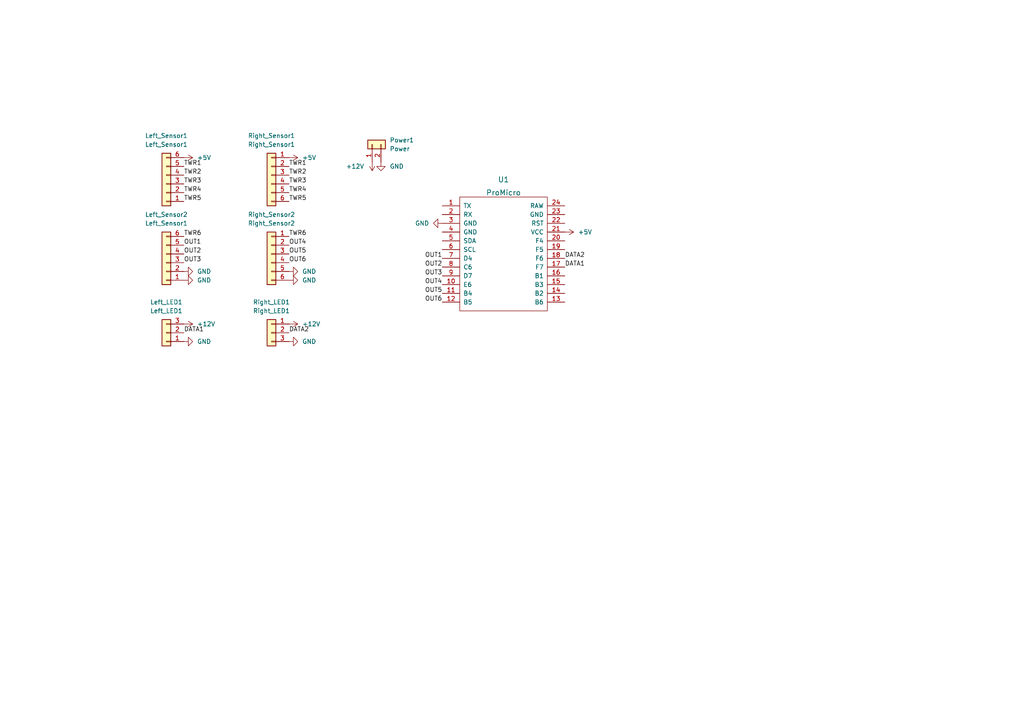
<source format=kicad_sch>
(kicad_sch (version 20211123) (generator eeschema)

  (uuid 4ac39e6e-a6ad-43fd-a8a9-7dcc022ec2a8)

  (paper "A4")

  (lib_symbols
    (symbol "Connector_Generic:Conn_01x02" (pin_names (offset 1.016) hide) (in_bom yes) (on_board yes)
      (property "Reference" "J" (id 0) (at 0 2.54 0)
        (effects (font (size 1.27 1.27)))
      )
      (property "Value" "Conn_01x02" (id 1) (at 0 -5.08 0)
        (effects (font (size 1.27 1.27)))
      )
      (property "Footprint" "" (id 2) (at 0 0 0)
        (effects (font (size 1.27 1.27)) hide)
      )
      (property "Datasheet" "~" (id 3) (at 0 0 0)
        (effects (font (size 1.27 1.27)) hide)
      )
      (property "ki_keywords" "connector" (id 4) (at 0 0 0)
        (effects (font (size 1.27 1.27)) hide)
      )
      (property "ki_description" "Generic connector, single row, 01x02, script generated (kicad-library-utils/schlib/autogen/connector/)" (id 5) (at 0 0 0)
        (effects (font (size 1.27 1.27)) hide)
      )
      (property "ki_fp_filters" "Connector*:*_1x??_*" (id 6) (at 0 0 0)
        (effects (font (size 1.27 1.27)) hide)
      )
      (symbol "Conn_01x02_1_1"
        (rectangle (start -1.27 -2.413) (end 0 -2.667)
          (stroke (width 0.1524) (type default) (color 0 0 0 0))
          (fill (type none))
        )
        (rectangle (start -1.27 0.127) (end 0 -0.127)
          (stroke (width 0.1524) (type default) (color 0 0 0 0))
          (fill (type none))
        )
        (rectangle (start -1.27 1.27) (end 1.27 -3.81)
          (stroke (width 0.254) (type default) (color 0 0 0 0))
          (fill (type background))
        )
        (pin passive line (at -5.08 0 0) (length 3.81)
          (name "Pin_1" (effects (font (size 1.27 1.27))))
          (number "1" (effects (font (size 1.27 1.27))))
        )
        (pin passive line (at -5.08 -2.54 0) (length 3.81)
          (name "Pin_2" (effects (font (size 1.27 1.27))))
          (number "2" (effects (font (size 1.27 1.27))))
        )
      )
    )
    (symbol "Connector_Generic:Conn_01x03" (pin_names (offset 1.016) hide) (in_bom yes) (on_board yes)
      (property "Reference" "J" (id 0) (at 0 5.08 0)
        (effects (font (size 1.27 1.27)))
      )
      (property "Value" "Conn_01x03" (id 1) (at 0 -5.08 0)
        (effects (font (size 1.27 1.27)))
      )
      (property "Footprint" "" (id 2) (at 0 0 0)
        (effects (font (size 1.27 1.27)) hide)
      )
      (property "Datasheet" "~" (id 3) (at 0 0 0)
        (effects (font (size 1.27 1.27)) hide)
      )
      (property "ki_keywords" "connector" (id 4) (at 0 0 0)
        (effects (font (size 1.27 1.27)) hide)
      )
      (property "ki_description" "Generic connector, single row, 01x03, script generated (kicad-library-utils/schlib/autogen/connector/)" (id 5) (at 0 0 0)
        (effects (font (size 1.27 1.27)) hide)
      )
      (property "ki_fp_filters" "Connector*:*_1x??_*" (id 6) (at 0 0 0)
        (effects (font (size 1.27 1.27)) hide)
      )
      (symbol "Conn_01x03_1_1"
        (rectangle (start -1.27 -2.413) (end 0 -2.667)
          (stroke (width 0.1524) (type default) (color 0 0 0 0))
          (fill (type none))
        )
        (rectangle (start -1.27 0.127) (end 0 -0.127)
          (stroke (width 0.1524) (type default) (color 0 0 0 0))
          (fill (type none))
        )
        (rectangle (start -1.27 2.667) (end 0 2.413)
          (stroke (width 0.1524) (type default) (color 0 0 0 0))
          (fill (type none))
        )
        (rectangle (start -1.27 3.81) (end 1.27 -3.81)
          (stroke (width 0.254) (type default) (color 0 0 0 0))
          (fill (type background))
        )
        (pin passive line (at -5.08 2.54 0) (length 3.81)
          (name "Pin_1" (effects (font (size 1.27 1.27))))
          (number "1" (effects (font (size 1.27 1.27))))
        )
        (pin passive line (at -5.08 0 0) (length 3.81)
          (name "Pin_2" (effects (font (size 1.27 1.27))))
          (number "2" (effects (font (size 1.27 1.27))))
        )
        (pin passive line (at -5.08 -2.54 0) (length 3.81)
          (name "Pin_3" (effects (font (size 1.27 1.27))))
          (number "3" (effects (font (size 1.27 1.27))))
        )
      )
    )
    (symbol "Connector_Generic:Conn_01x06" (pin_names (offset 1.016) hide) (in_bom yes) (on_board yes)
      (property "Reference" "J" (id 0) (at 0 7.62 0)
        (effects (font (size 1.27 1.27)))
      )
      (property "Value" "Conn_01x06" (id 1) (at 0 -10.16 0)
        (effects (font (size 1.27 1.27)))
      )
      (property "Footprint" "" (id 2) (at 0 0 0)
        (effects (font (size 1.27 1.27)) hide)
      )
      (property "Datasheet" "~" (id 3) (at 0 0 0)
        (effects (font (size 1.27 1.27)) hide)
      )
      (property "ki_keywords" "connector" (id 4) (at 0 0 0)
        (effects (font (size 1.27 1.27)) hide)
      )
      (property "ki_description" "Generic connector, single row, 01x06, script generated (kicad-library-utils/schlib/autogen/connector/)" (id 5) (at 0 0 0)
        (effects (font (size 1.27 1.27)) hide)
      )
      (property "ki_fp_filters" "Connector*:*_1x??_*" (id 6) (at 0 0 0)
        (effects (font (size 1.27 1.27)) hide)
      )
      (symbol "Conn_01x06_1_1"
        (rectangle (start -1.27 -7.493) (end 0 -7.747)
          (stroke (width 0.1524) (type default) (color 0 0 0 0))
          (fill (type none))
        )
        (rectangle (start -1.27 -4.953) (end 0 -5.207)
          (stroke (width 0.1524) (type default) (color 0 0 0 0))
          (fill (type none))
        )
        (rectangle (start -1.27 -2.413) (end 0 -2.667)
          (stroke (width 0.1524) (type default) (color 0 0 0 0))
          (fill (type none))
        )
        (rectangle (start -1.27 0.127) (end 0 -0.127)
          (stroke (width 0.1524) (type default) (color 0 0 0 0))
          (fill (type none))
        )
        (rectangle (start -1.27 2.667) (end 0 2.413)
          (stroke (width 0.1524) (type default) (color 0 0 0 0))
          (fill (type none))
        )
        (rectangle (start -1.27 5.207) (end 0 4.953)
          (stroke (width 0.1524) (type default) (color 0 0 0 0))
          (fill (type none))
        )
        (rectangle (start -1.27 6.35) (end 1.27 -8.89)
          (stroke (width 0.254) (type default) (color 0 0 0 0))
          (fill (type background))
        )
        (pin passive line (at -5.08 5.08 0) (length 3.81)
          (name "Pin_1" (effects (font (size 1.27 1.27))))
          (number "1" (effects (font (size 1.27 1.27))))
        )
        (pin passive line (at -5.08 2.54 0) (length 3.81)
          (name "Pin_2" (effects (font (size 1.27 1.27))))
          (number "2" (effects (font (size 1.27 1.27))))
        )
        (pin passive line (at -5.08 0 0) (length 3.81)
          (name "Pin_3" (effects (font (size 1.27 1.27))))
          (number "3" (effects (font (size 1.27 1.27))))
        )
        (pin passive line (at -5.08 -2.54 0) (length 3.81)
          (name "Pin_4" (effects (font (size 1.27 1.27))))
          (number "4" (effects (font (size 1.27 1.27))))
        )
        (pin passive line (at -5.08 -5.08 0) (length 3.81)
          (name "Pin_5" (effects (font (size 1.27 1.27))))
          (number "5" (effects (font (size 1.27 1.27))))
        )
        (pin passive line (at -5.08 -7.62 0) (length 3.81)
          (name "Pin_6" (effects (font (size 1.27 1.27))))
          (number "6" (effects (font (size 1.27 1.27))))
        )
      )
    )
    (symbol "power:+12V" (power) (pin_names (offset 0)) (in_bom yes) (on_board yes)
      (property "Reference" "#PWR" (id 0) (at 0 -3.81 0)
        (effects (font (size 1.27 1.27)) hide)
      )
      (property "Value" "+12V" (id 1) (at 0 3.556 0)
        (effects (font (size 1.27 1.27)))
      )
      (property "Footprint" "" (id 2) (at 0 0 0)
        (effects (font (size 1.27 1.27)) hide)
      )
      (property "Datasheet" "" (id 3) (at 0 0 0)
        (effects (font (size 1.27 1.27)) hide)
      )
      (property "ki_keywords" "power-flag" (id 4) (at 0 0 0)
        (effects (font (size 1.27 1.27)) hide)
      )
      (property "ki_description" "Power symbol creates a global label with name \"+12V\"" (id 5) (at 0 0 0)
        (effects (font (size 1.27 1.27)) hide)
      )
      (symbol "+12V_0_1"
        (polyline
          (pts
            (xy -0.762 1.27)
            (xy 0 2.54)
          )
          (stroke (width 0) (type default) (color 0 0 0 0))
          (fill (type none))
        )
        (polyline
          (pts
            (xy 0 0)
            (xy 0 2.54)
          )
          (stroke (width 0) (type default) (color 0 0 0 0))
          (fill (type none))
        )
        (polyline
          (pts
            (xy 0 2.54)
            (xy 0.762 1.27)
          )
          (stroke (width 0) (type default) (color 0 0 0 0))
          (fill (type none))
        )
      )
      (symbol "+12V_1_1"
        (pin power_in line (at 0 0 90) (length 0) hide
          (name "+12V" (effects (font (size 1.27 1.27))))
          (number "1" (effects (font (size 1.27 1.27))))
        )
      )
    )
    (symbol "power:+5V" (power) (pin_names (offset 0)) (in_bom yes) (on_board yes)
      (property "Reference" "#PWR" (id 0) (at 0 -3.81 0)
        (effects (font (size 1.27 1.27)) hide)
      )
      (property "Value" "+5V" (id 1) (at 0 3.556 0)
        (effects (font (size 1.27 1.27)))
      )
      (property "Footprint" "" (id 2) (at 0 0 0)
        (effects (font (size 1.27 1.27)) hide)
      )
      (property "Datasheet" "" (id 3) (at 0 0 0)
        (effects (font (size 1.27 1.27)) hide)
      )
      (property "ki_keywords" "power-flag" (id 4) (at 0 0 0)
        (effects (font (size 1.27 1.27)) hide)
      )
      (property "ki_description" "Power symbol creates a global label with name \"+5V\"" (id 5) (at 0 0 0)
        (effects (font (size 1.27 1.27)) hide)
      )
      (symbol "+5V_0_1"
        (polyline
          (pts
            (xy -0.762 1.27)
            (xy 0 2.54)
          )
          (stroke (width 0) (type default) (color 0 0 0 0))
          (fill (type none))
        )
        (polyline
          (pts
            (xy 0 0)
            (xy 0 2.54)
          )
          (stroke (width 0) (type default) (color 0 0 0 0))
          (fill (type none))
        )
        (polyline
          (pts
            (xy 0 2.54)
            (xy 0.762 1.27)
          )
          (stroke (width 0) (type default) (color 0 0 0 0))
          (fill (type none))
        )
      )
      (symbol "+5V_1_1"
        (pin power_in line (at 0 0 90) (length 0) hide
          (name "+5V" (effects (font (size 1.27 1.27))))
          (number "1" (effects (font (size 1.27 1.27))))
        )
      )
    )
    (symbol "power:GND" (power) (pin_names (offset 0)) (in_bom yes) (on_board yes)
      (property "Reference" "#PWR" (id 0) (at 0 -6.35 0)
        (effects (font (size 1.27 1.27)) hide)
      )
      (property "Value" "GND" (id 1) (at 0 -3.81 0)
        (effects (font (size 1.27 1.27)))
      )
      (property "Footprint" "" (id 2) (at 0 0 0)
        (effects (font (size 1.27 1.27)) hide)
      )
      (property "Datasheet" "" (id 3) (at 0 0 0)
        (effects (font (size 1.27 1.27)) hide)
      )
      (property "ki_keywords" "power-flag" (id 4) (at 0 0 0)
        (effects (font (size 1.27 1.27)) hide)
      )
      (property "ki_description" "Power symbol creates a global label with name \"GND\" , ground" (id 5) (at 0 0 0)
        (effects (font (size 1.27 1.27)) hide)
      )
      (symbol "GND_0_1"
        (polyline
          (pts
            (xy 0 0)
            (xy 0 -1.27)
            (xy 1.27 -1.27)
            (xy 0 -2.54)
            (xy -1.27 -1.27)
            (xy 0 -1.27)
          )
          (stroke (width 0) (type default) (color 0 0 0 0))
          (fill (type none))
        )
      )
      (symbol "GND_1_1"
        (pin power_in line (at 0 0 270) (length 0) hide
          (name "GND" (effects (font (size 1.27 1.27))))
          (number "1" (effects (font (size 1.27 1.27))))
        )
      )
    )
    (symbol "promicro:ProMicro" (pin_names (offset 1.016)) (in_bom yes) (on_board yes)
      (property "Reference" "U" (id 0) (at 0 24.13 0)
        (effects (font (size 1.524 1.524)))
      )
      (property "Value" "ProMicro" (id 1) (at 0 -13.97 0)
        (effects (font (size 1.524 1.524)))
      )
      (property "Footprint" "" (id 2) (at 2.54 -26.67 0)
        (effects (font (size 1.524 1.524)))
      )
      (property "Datasheet" "" (id 3) (at 2.54 -26.67 0)
        (effects (font (size 1.524 1.524)))
      )
      (symbol "ProMicro_0_1"
        (rectangle (start -12.7 21.59) (end 12.7 -11.43)
          (stroke (width 0) (type default) (color 0 0 0 0))
          (fill (type none))
        )
      )
      (symbol "ProMicro_1_1"
        (pin bidirectional line (at -17.78 19.05 0) (length 5.08)
          (name "TX" (effects (font (size 1.27 1.27))))
          (number "1" (effects (font (size 1.27 1.27))))
        )
        (pin bidirectional line (at -17.78 -3.81 0) (length 5.08)
          (name "E6" (effects (font (size 1.27 1.27))))
          (number "10" (effects (font (size 1.27 1.27))))
        )
        (pin bidirectional line (at -17.78 -6.35 0) (length 5.08)
          (name "B4" (effects (font (size 1.27 1.27))))
          (number "11" (effects (font (size 1.27 1.27))))
        )
        (pin bidirectional line (at -17.78 -8.89 0) (length 5.08)
          (name "B5" (effects (font (size 1.27 1.27))))
          (number "12" (effects (font (size 1.27 1.27))))
        )
        (pin bidirectional line (at 17.78 -8.89 180) (length 5.08)
          (name "B6" (effects (font (size 1.27 1.27))))
          (number "13" (effects (font (size 1.27 1.27))))
        )
        (pin bidirectional line (at 17.78 -6.35 180) (length 5.08)
          (name "B2" (effects (font (size 1.27 1.27))))
          (number "14" (effects (font (size 1.27 1.27))))
        )
        (pin bidirectional line (at 17.78 -3.81 180) (length 5.08)
          (name "B3" (effects (font (size 1.27 1.27))))
          (number "15" (effects (font (size 1.27 1.27))))
        )
        (pin bidirectional line (at 17.78 -1.27 180) (length 5.08)
          (name "B1" (effects (font (size 1.27 1.27))))
          (number "16" (effects (font (size 1.27 1.27))))
        )
        (pin bidirectional line (at 17.78 1.27 180) (length 5.08)
          (name "F7" (effects (font (size 1.27 1.27))))
          (number "17" (effects (font (size 1.27 1.27))))
        )
        (pin bidirectional line (at 17.78 3.81 180) (length 5.08)
          (name "F6" (effects (font (size 1.27 1.27))))
          (number "18" (effects (font (size 1.27 1.27))))
        )
        (pin bidirectional line (at 17.78 6.35 180) (length 5.08)
          (name "F5" (effects (font (size 1.27 1.27))))
          (number "19" (effects (font (size 1.27 1.27))))
        )
        (pin bidirectional line (at -17.78 16.51 0) (length 5.08)
          (name "RX" (effects (font (size 1.27 1.27))))
          (number "2" (effects (font (size 1.27 1.27))))
        )
        (pin bidirectional line (at 17.78 8.89 180) (length 5.08)
          (name "F4" (effects (font (size 1.27 1.27))))
          (number "20" (effects (font (size 1.27 1.27))))
        )
        (pin power_in line (at 17.78 11.43 180) (length 5.08)
          (name "VCC" (effects (font (size 1.27 1.27))))
          (number "21" (effects (font (size 1.27 1.27))))
        )
        (pin input line (at 17.78 13.97 180) (length 5.08)
          (name "RST" (effects (font (size 1.27 1.27))))
          (number "22" (effects (font (size 1.27 1.27))))
        )
        (pin power_in line (at 17.78 16.51 180) (length 5.08)
          (name "GND" (effects (font (size 1.27 1.27))))
          (number "23" (effects (font (size 1.27 1.27))))
        )
        (pin power_out line (at 17.78 19.05 180) (length 5.08)
          (name "RAW" (effects (font (size 1.27 1.27))))
          (number "24" (effects (font (size 1.27 1.27))))
        )
        (pin power_in line (at -17.78 13.97 0) (length 5.08)
          (name "GND" (effects (font (size 1.27 1.27))))
          (number "3" (effects (font (size 1.27 1.27))))
        )
        (pin power_in line (at -17.78 11.43 0) (length 5.08)
          (name "GND" (effects (font (size 1.27 1.27))))
          (number "4" (effects (font (size 1.27 1.27))))
        )
        (pin bidirectional line (at -17.78 8.89 0) (length 5.08)
          (name "SDA" (effects (font (size 1.27 1.27))))
          (number "5" (effects (font (size 1.27 1.27))))
        )
        (pin bidirectional line (at -17.78 6.35 0) (length 5.08)
          (name "SCL" (effects (font (size 1.27 1.27))))
          (number "6" (effects (font (size 1.27 1.27))))
        )
        (pin bidirectional line (at -17.78 3.81 0) (length 5.08)
          (name "D4" (effects (font (size 1.27 1.27))))
          (number "7" (effects (font (size 1.27 1.27))))
        )
        (pin bidirectional line (at -17.78 1.27 0) (length 5.08)
          (name "C6" (effects (font (size 1.27 1.27))))
          (number "8" (effects (font (size 1.27 1.27))))
        )
        (pin bidirectional line (at -17.78 -1.27 0) (length 5.08)
          (name "D7" (effects (font (size 1.27 1.27))))
          (number "9" (effects (font (size 1.27 1.27))))
        )
      )
    )
  )


  (label "TWR3" (at 83.82 53.34 0)
    (effects (font (size 1.27 1.27)) (justify left bottom))
    (uuid 0222e225-1682-48f5-9c68-c975a5c53eca)
  )
  (label "TWR2" (at 53.34 50.8 0)
    (effects (font (size 1.27 1.27)) (justify left bottom))
    (uuid 03a59207-76b6-4550-aa47-58f3bc0738d5)
  )
  (label "OUT6" (at 83.82 76.2 0)
    (effects (font (size 1.27 1.27)) (justify left bottom))
    (uuid 097efdf5-df6b-4763-ac78-d945e97a46d0)
  )
  (label "DATA1" (at 163.83 77.47 0)
    (effects (font (size 1.27 1.27)) (justify left bottom))
    (uuid 0a01cde6-5477-4fe2-9f07-7264bd44bdd4)
  )
  (label "OUT2" (at 53.34 73.66 0)
    (effects (font (size 1.27 1.27)) (justify left bottom))
    (uuid 14a197b6-80b5-4aae-a1f4-27d91537c20b)
  )
  (label "TWR6" (at 83.82 68.58 0)
    (effects (font (size 1.27 1.27)) (justify left bottom))
    (uuid 1a0ca093-d5f7-4f6b-8fc9-e2e8eec078ae)
  )
  (label "TWR1" (at 83.82 48.26 0)
    (effects (font (size 1.27 1.27)) (justify left bottom))
    (uuid 3032acc0-0b29-4911-a376-24bb8f7ddbef)
  )
  (label "DATA1" (at 53.34 96.52 0)
    (effects (font (size 1.27 1.27)) (justify left bottom))
    (uuid 33ee879f-1d01-4760-bbab-51cf76264170)
  )
  (label "DATA2" (at 83.82 96.52 0)
    (effects (font (size 1.27 1.27)) (justify left bottom))
    (uuid 39cdb45f-c4bc-493b-ae1a-7399a0c98bf7)
  )
  (label "OUT3" (at 53.34 76.2 0)
    (effects (font (size 1.27 1.27)) (justify left bottom))
    (uuid 3af65f37-0c1d-4f28-b351-dea50836aa6b)
  )
  (label "OUT5" (at 128.27 85.09 180)
    (effects (font (size 1.27 1.27)) (justify right bottom))
    (uuid 41e2e451-5896-44b4-b11a-ce5dbedf9f58)
  )
  (label "DATA2" (at 163.83 74.93 0)
    (effects (font (size 1.27 1.27)) (justify left bottom))
    (uuid 508d3b64-cad6-4cde-a96a-5f3a004253b8)
  )
  (label "TWR4" (at 83.82 55.88 0)
    (effects (font (size 1.27 1.27)) (justify left bottom))
    (uuid 563d2e7a-61be-40d1-9141-bc668c3115a8)
  )
  (label "OUT5" (at 83.82 73.66 0)
    (effects (font (size 1.27 1.27)) (justify left bottom))
    (uuid 573a9a36-140f-4fc4-a683-b0f36c701ad0)
  )
  (label "TWR5" (at 53.34 58.42 0)
    (effects (font (size 1.27 1.27)) (justify left bottom))
    (uuid 7b4a2e13-c34d-444a-8e89-4278b9440a10)
  )
  (label "TWR5" (at 83.82 58.42 0)
    (effects (font (size 1.27 1.27)) (justify left bottom))
    (uuid 7d713318-8c6f-45bd-bcfa-9b4eefabd573)
  )
  (label "TWR1" (at 53.34 48.26 0)
    (effects (font (size 1.27 1.27)) (justify left bottom))
    (uuid 81bf1a0b-1ac1-4a5a-a154-51704ea67751)
  )
  (label "OUT4" (at 83.82 71.12 0)
    (effects (font (size 1.27 1.27)) (justify left bottom))
    (uuid 966fe101-2536-4c46-b603-508d0b68d79f)
  )
  (label "OUT1" (at 128.27 74.93 180)
    (effects (font (size 1.27 1.27)) (justify right bottom))
    (uuid 97092591-94e6-4509-b024-47994194d164)
  )
  (label "TWR4" (at 53.34 55.88 0)
    (effects (font (size 1.27 1.27)) (justify left bottom))
    (uuid 990a93fc-c431-4f79-8a35-b626b277a364)
  )
  (label "TWR6" (at 53.34 68.58 0)
    (effects (font (size 1.27 1.27)) (justify left bottom))
    (uuid ae05072f-e0df-4ada-8195-3f5839e8a8c7)
  )
  (label "OUT2" (at 128.27 77.47 180)
    (effects (font (size 1.27 1.27)) (justify right bottom))
    (uuid bd7c20c4-804a-4ff2-8101-5cc181ea1dbe)
  )
  (label "OUT6" (at 128.27 87.63 180)
    (effects (font (size 1.27 1.27)) (justify right bottom))
    (uuid c5113976-c314-4049-bf54-ff472d513e9d)
  )
  (label "OUT3" (at 128.27 80.01 180)
    (effects (font (size 1.27 1.27)) (justify right bottom))
    (uuid cafe3f2e-c45b-4b81-8ed8-66f12b5ab064)
  )
  (label "OUT1" (at 53.34 71.12 0)
    (effects (font (size 1.27 1.27)) (justify left bottom))
    (uuid cedf91d2-5a33-4c1a-9a72-3ed90e06f5fc)
  )
  (label "OUT4" (at 128.27 82.55 180)
    (effects (font (size 1.27 1.27)) (justify right bottom))
    (uuid d7c954b9-d6a0-44ae-a2e2-82621d37081c)
  )
  (label "TWR2" (at 83.82 50.8 0)
    (effects (font (size 1.27 1.27)) (justify left bottom))
    (uuid e4c84ffb-8548-4328-b264-7efdac8a762e)
  )
  (label "TWR3" (at 53.34 53.34 0)
    (effects (font (size 1.27 1.27)) (justify left bottom))
    (uuid edb7f7a0-c82a-4be5-8968-b10e7ff8633c)
  )

  (symbol (lib_id "power:GND") (at 83.82 81.28 90) (unit 1)
    (in_bom yes) (on_board yes) (fields_autoplaced)
    (uuid 0a991fa7-2623-41d1-97c6-375a4260288b)
    (property "Reference" "#PWR0110" (id 0) (at 90.17 81.28 0)
      (effects (font (size 1.27 1.27)) hide)
    )
    (property "Value" "GND" (id 1) (at 87.63 81.2799 90)
      (effects (font (size 1.27 1.27)) (justify right))
    )
    (property "Footprint" "" (id 2) (at 83.82 81.28 0)
      (effects (font (size 1.27 1.27)) hide)
    )
    (property "Datasheet" "" (id 3) (at 83.82 81.28 0)
      (effects (font (size 1.27 1.27)) hide)
    )
    (pin "1" (uuid b1bc207c-5fee-43ed-b812-0d9380069728))
  )

  (symbol (lib_id "Connector_Generic:Conn_01x06") (at 48.26 53.34 180) (unit 1)
    (in_bom yes) (on_board yes) (fields_autoplaced)
    (uuid 104468a8-4a3f-491b-bb8d-fe1d3a4c51a9)
    (property "Reference" "Left_Sensor1" (id 0) (at 48.26 39.37 0))
    (property "Value" "Left_Sensor1" (id 1) (at 48.26 41.91 0))
    (property "Footprint" "Connector_JST:JST_XH_B6B-XH-A_1x06_P2.50mm_Vertical" (id 2) (at 48.26 53.34 0)
      (effects (font (size 1.27 1.27)) hide)
    )
    (property "Datasheet" "~" (id 3) (at 48.26 53.34 0)
      (effects (font (size 1.27 1.27)) hide)
    )
    (pin "1" (uuid a2219d06-a7d8-4ba6-a991-77fd9c291f12))
    (pin "2" (uuid a164fce5-13c0-45dd-ad80-b2d308067574))
    (pin "3" (uuid 86cb79db-b8e1-40b0-9f9d-b56ded9bc691))
    (pin "4" (uuid 87f90a4e-b9d7-4a8f-93d1-ede8a13e3177))
    (pin "5" (uuid e884835d-0810-4312-84a0-f2add879c454))
    (pin "6" (uuid b9149f2d-83a3-4026-b5fc-acf0b9462c9f))
  )

  (symbol (lib_id "power:GND") (at 83.82 99.06 90) (unit 1)
    (in_bom yes) (on_board yes) (fields_autoplaced)
    (uuid 16620f81-1fec-4322-84ea-df8f272ab593)
    (property "Reference" "#PWR0112" (id 0) (at 90.17 99.06 0)
      (effects (font (size 1.27 1.27)) hide)
    )
    (property "Value" "GND" (id 1) (at 87.63 99.0599 90)
      (effects (font (size 1.27 1.27)) (justify right))
    )
    (property "Footprint" "" (id 2) (at 83.82 99.06 0)
      (effects (font (size 1.27 1.27)) hide)
    )
    (property "Datasheet" "" (id 3) (at 83.82 99.06 0)
      (effects (font (size 1.27 1.27)) hide)
    )
    (pin "1" (uuid 76dfd173-9275-4a38-bb0f-c8cf194a5f48))
  )

  (symbol (lib_id "power:+12V") (at 107.95 46.99 180) (unit 1)
    (in_bom yes) (on_board yes)
    (uuid 22b5bdf2-5823-4904-be64-4f3cd1684e0d)
    (property "Reference" "#PWR0109" (id 0) (at 107.95 43.18 0)
      (effects (font (size 1.27 1.27)) hide)
    )
    (property "Value" "+12V" (id 1) (at 100.33 48.26 0)
      (effects (font (size 1.27 1.27)) (justify right))
    )
    (property "Footprint" "" (id 2) (at 107.95 46.99 0)
      (effects (font (size 1.27 1.27)) hide)
    )
    (property "Datasheet" "" (id 3) (at 107.95 46.99 0)
      (effects (font (size 1.27 1.27)) hide)
    )
    (pin "1" (uuid 0d96b55e-375f-48f1-8835-373605fec065))
  )

  (symbol (lib_id "Connector_Generic:Conn_01x06") (at 48.26 76.2 180) (unit 1)
    (in_bom yes) (on_board yes) (fields_autoplaced)
    (uuid 25f9444f-3071-44ba-a938-f953d09184c0)
    (property "Reference" "Left_Sensor2" (id 0) (at 48.26 62.23 0))
    (property "Value" "Left_Sensor1" (id 1) (at 48.26 64.77 0))
    (property "Footprint" "Connector_JST:JST_XH_B6B-XH-A_1x06_P2.50mm_Vertical" (id 2) (at 48.26 76.2 0)
      (effects (font (size 1.27 1.27)) hide)
    )
    (property "Datasheet" "~" (id 3) (at 48.26 76.2 0)
      (effects (font (size 1.27 1.27)) hide)
    )
    (pin "1" (uuid 4f84ac84-23e3-4067-8962-9a0ea0eadcf9))
    (pin "2" (uuid 2ab5d909-9859-45ca-b655-2469ac16d6c1))
    (pin "3" (uuid 43a35287-a2b4-42c0-9d0f-2aec9b965b67))
    (pin "4" (uuid 68e09cbd-f23f-4766-a6b9-9d2c97549a94))
    (pin "5" (uuid 817f0c68-be30-41eb-89d6-8147edf9e3d9))
    (pin "6" (uuid 09e2909d-4f5c-4518-a5ad-c3d4ad284416))
  )

  (symbol (lib_id "power:GND") (at 53.34 99.06 90) (unit 1)
    (in_bom yes) (on_board yes) (fields_autoplaced)
    (uuid 30fd6ca2-29d3-4784-a8bb-d30103948dc7)
    (property "Reference" "#PWR0105" (id 0) (at 59.69 99.06 0)
      (effects (font (size 1.27 1.27)) hide)
    )
    (property "Value" "GND" (id 1) (at 57.15 99.0599 90)
      (effects (font (size 1.27 1.27)) (justify right))
    )
    (property "Footprint" "" (id 2) (at 53.34 99.06 0)
      (effects (font (size 1.27 1.27)) hide)
    )
    (property "Datasheet" "" (id 3) (at 53.34 99.06 0)
      (effects (font (size 1.27 1.27)) hide)
    )
    (pin "1" (uuid d04d7e6d-6890-4392-9174-65c11592ae94))
  )

  (symbol (lib_id "Connector_Generic:Conn_01x03") (at 48.26 96.52 180) (unit 1)
    (in_bom yes) (on_board yes) (fields_autoplaced)
    (uuid 59856ef9-3d86-46e5-a299-75322ead1967)
    (property "Reference" "Left_LED1" (id 0) (at 48.26 87.63 0))
    (property "Value" "Left_LED1" (id 1) (at 48.26 90.17 0))
    (property "Footprint" "Connector_JST:JST_XH_B3B-XH-A_1x03_P2.50mm_Vertical" (id 2) (at 48.26 96.52 0)
      (effects (font (size 1.27 1.27)) hide)
    )
    (property "Datasheet" "~" (id 3) (at 48.26 96.52 0)
      (effects (font (size 1.27 1.27)) hide)
    )
    (pin "1" (uuid 4a374398-fd0f-4b3d-a8e7-fc80d5001c04))
    (pin "2" (uuid 775f28d4-8aef-492f-99fb-59389b445744))
    (pin "3" (uuid 22039160-e40a-4c6b-8a50-e01475b60fac))
  )

  (symbol (lib_id "power:+5V") (at 53.34 45.72 270) (unit 1)
    (in_bom yes) (on_board yes) (fields_autoplaced)
    (uuid 68ffe593-73e4-4fa3-b663-3c9578068578)
    (property "Reference" "#PWR0101" (id 0) (at 49.53 45.72 0)
      (effects (font (size 1.27 1.27)) hide)
    )
    (property "Value" "+5V" (id 1) (at 57.15 45.7199 90)
      (effects (font (size 1.27 1.27)) (justify left))
    )
    (property "Footprint" "" (id 2) (at 53.34 45.72 0)
      (effects (font (size 1.27 1.27)) hide)
    )
    (property "Datasheet" "" (id 3) (at 53.34 45.72 0)
      (effects (font (size 1.27 1.27)) hide)
    )
    (pin "1" (uuid 0b108d35-b807-4994-b131-3d0c5e2b86d9))
  )

  (symbol (lib_id "power:+12V") (at 53.34 93.98 270) (unit 1)
    (in_bom yes) (on_board yes) (fields_autoplaced)
    (uuid 6bd8e7f4-065e-421a-abdc-08a78a0a5e6c)
    (property "Reference" "#PWR0104" (id 0) (at 49.53 93.98 0)
      (effects (font (size 1.27 1.27)) hide)
    )
    (property "Value" "+12V" (id 1) (at 57.15 93.9799 90)
      (effects (font (size 1.27 1.27)) (justify left))
    )
    (property "Footprint" "" (id 2) (at 53.34 93.98 0)
      (effects (font (size 1.27 1.27)) hide)
    )
    (property "Datasheet" "" (id 3) (at 53.34 93.98 0)
      (effects (font (size 1.27 1.27)) hide)
    )
    (pin "1" (uuid d797b8c4-bd77-4836-84ac-58943c7e6c35))
  )

  (symbol (lib_id "Connector_Generic:Conn_01x02") (at 107.95 41.91 90) (unit 1)
    (in_bom yes) (on_board yes) (fields_autoplaced)
    (uuid 7601c9c5-cc3e-46da-8c4c-e2fe792e35ef)
    (property "Reference" "Power1" (id 0) (at 113.03 40.6399 90)
      (effects (font (size 1.27 1.27)) (justify right))
    )
    (property "Value" "Power" (id 1) (at 113.03 43.1799 90)
      (effects (font (size 1.27 1.27)) (justify right))
    )
    (property "Footprint" "Connector_JST:JST_XH_B2B-XH-A_1x02_P2.50mm_Vertical" (id 2) (at 107.95 41.91 0)
      (effects (font (size 1.27 1.27)) hide)
    )
    (property "Datasheet" "~" (id 3) (at 107.95 41.91 0)
      (effects (font (size 1.27 1.27)) hide)
    )
    (pin "1" (uuid e98abd04-48cc-42bd-addf-1a89567e4b99))
    (pin "2" (uuid b101b641-9971-4dc9-af98-48e19c674549))
  )

  (symbol (lib_id "power:GND") (at 110.49 46.99 0) (unit 1)
    (in_bom yes) (on_board yes) (fields_autoplaced)
    (uuid 769fa9dd-de41-4668-9505-68e3337d0cb3)
    (property "Reference" "#PWR0108" (id 0) (at 110.49 53.34 0)
      (effects (font (size 1.27 1.27)) hide)
    )
    (property "Value" "GND" (id 1) (at 113.03 48.2599 0)
      (effects (font (size 1.27 1.27)) (justify left))
    )
    (property "Footprint" "" (id 2) (at 110.49 46.99 0)
      (effects (font (size 1.27 1.27)) hide)
    )
    (property "Datasheet" "" (id 3) (at 110.49 46.99 0)
      (effects (font (size 1.27 1.27)) hide)
    )
    (pin "1" (uuid 68791c0b-f9b7-4160-9263-0d9c0cd0a146))
  )

  (symbol (lib_id "power:+5V") (at 83.82 45.72 270) (unit 1)
    (in_bom yes) (on_board yes) (fields_autoplaced)
    (uuid 79ed4ab1-96d4-401c-b09e-7a0c99b00098)
    (property "Reference" "#PWR0106" (id 0) (at 80.01 45.72 0)
      (effects (font (size 1.27 1.27)) hide)
    )
    (property "Value" "+5V" (id 1) (at 87.63 45.7199 90)
      (effects (font (size 1.27 1.27)) (justify left))
    )
    (property "Footprint" "" (id 2) (at 83.82 45.72 0)
      (effects (font (size 1.27 1.27)) hide)
    )
    (property "Datasheet" "" (id 3) (at 83.82 45.72 0)
      (effects (font (size 1.27 1.27)) hide)
    )
    (pin "1" (uuid 1e2a399b-0a02-46f3-9907-5e083aada1be))
  )

  (symbol (lib_id "Connector_Generic:Conn_01x06") (at 78.74 50.8 0) (mirror y) (unit 1)
    (in_bom yes) (on_board yes) (fields_autoplaced)
    (uuid 803269f3-fdcf-4e2c-8c39-f410130983ea)
    (property "Reference" "Right_Sensor1" (id 0) (at 78.74 39.37 0))
    (property "Value" "Right_Sensor1" (id 1) (at 78.74 41.91 0))
    (property "Footprint" "Connector_JST:JST_XH_B6B-XH-A_1x06_P2.50mm_Vertical" (id 2) (at 78.74 50.8 0)
      (effects (font (size 1.27 1.27)) hide)
    )
    (property "Datasheet" "~" (id 3) (at 78.74 50.8 0)
      (effects (font (size 1.27 1.27)) hide)
    )
    (pin "1" (uuid f9567ec3-f634-4d7c-b0f0-bd718035527f))
    (pin "2" (uuid 5c5767c8-6ece-461d-a7ae-632471adcfac))
    (pin "3" (uuid aa76dff8-db34-41fa-9282-5a6d871ed5e3))
    (pin "4" (uuid e5d5701e-9019-4e70-8347-3b99493f8c16))
    (pin "5" (uuid 7d7ceac9-ef7a-41c5-b2f7-18452ec48f39))
    (pin "6" (uuid 8a7a27a0-3fe7-4480-bfa0-9140a49373f8))
  )

  (symbol (lib_id "power:GND") (at 128.27 64.77 270) (unit 1)
    (in_bom yes) (on_board yes) (fields_autoplaced)
    (uuid 887905bd-6dde-496b-bc03-46efe5c96417)
    (property "Reference" "#PWR0113" (id 0) (at 121.92 64.77 0)
      (effects (font (size 1.27 1.27)) hide)
    )
    (property "Value" "GND" (id 1) (at 124.46 64.7699 90)
      (effects (font (size 1.27 1.27)) (justify right))
    )
    (property "Footprint" "" (id 2) (at 128.27 64.77 0)
      (effects (font (size 1.27 1.27)) hide)
    )
    (property "Datasheet" "" (id 3) (at 128.27 64.77 0)
      (effects (font (size 1.27 1.27)) hide)
    )
    (pin "1" (uuid a1bd4a5a-3d16-4edb-8de7-fc3de14691bd))
  )

  (symbol (lib_id "power:GND") (at 53.34 81.28 90) (unit 1)
    (in_bom yes) (on_board yes) (fields_autoplaced)
    (uuid b9f90c4b-077a-4298-80d9-b321be48d6d4)
    (property "Reference" "#PWR0102" (id 0) (at 59.69 81.28 0)
      (effects (font (size 1.27 1.27)) hide)
    )
    (property "Value" "GND" (id 1) (at 57.15 81.2799 90)
      (effects (font (size 1.27 1.27)) (justify right))
    )
    (property "Footprint" "" (id 2) (at 53.34 81.28 0)
      (effects (font (size 1.27 1.27)) hide)
    )
    (property "Datasheet" "" (id 3) (at 53.34 81.28 0)
      (effects (font (size 1.27 1.27)) hide)
    )
    (pin "1" (uuid e4d9bcdf-eb7b-4b10-8b8c-1ba3f9adb5c0))
  )

  (symbol (lib_id "power:GND") (at 83.82 78.74 90) (unit 1)
    (in_bom yes) (on_board yes) (fields_autoplaced)
    (uuid bdf43179-879c-47cb-9362-b9bb1edbb141)
    (property "Reference" "#PWR0107" (id 0) (at 90.17 78.74 0)
      (effects (font (size 1.27 1.27)) hide)
    )
    (property "Value" "GND" (id 1) (at 87.63 78.7399 90)
      (effects (font (size 1.27 1.27)) (justify right))
    )
    (property "Footprint" "" (id 2) (at 83.82 78.74 0)
      (effects (font (size 1.27 1.27)) hide)
    )
    (property "Datasheet" "" (id 3) (at 83.82 78.74 0)
      (effects (font (size 1.27 1.27)) hide)
    )
    (pin "1" (uuid 4cf086ea-962f-4571-9984-8627f014515c))
  )

  (symbol (lib_id "Connector_Generic:Conn_01x03") (at 78.74 96.52 0) (mirror y) (unit 1)
    (in_bom yes) (on_board yes) (fields_autoplaced)
    (uuid c9961131-041c-457f-a3ba-782df0bb1188)
    (property "Reference" "Right_LED1" (id 0) (at 78.74 87.63 0))
    (property "Value" "Right_LED1" (id 1) (at 78.74 90.17 0))
    (property "Footprint" "Connector_JST:JST_XH_B3B-XH-A_1x03_P2.50mm_Vertical" (id 2) (at 78.74 96.52 0)
      (effects (font (size 1.27 1.27)) hide)
    )
    (property "Datasheet" "~" (id 3) (at 78.74 96.52 0)
      (effects (font (size 1.27 1.27)) hide)
    )
    (pin "1" (uuid 8d8e58f5-db7f-4d59-8f55-dcecea7f2c42))
    (pin "2" (uuid c9d3573b-8e53-4a3f-bc26-a2f59833ab58))
    (pin "3" (uuid 994a79a5-ee23-4aa3-a367-b4bd323c1b03))
  )

  (symbol (lib_id "power:GND") (at 53.34 78.74 90) (unit 1)
    (in_bom yes) (on_board yes) (fields_autoplaced)
    (uuid d1eb4c32-3992-4b1c-a906-7dfad464cb15)
    (property "Reference" "#PWR0103" (id 0) (at 59.69 78.74 0)
      (effects (font (size 1.27 1.27)) hide)
    )
    (property "Value" "GND" (id 1) (at 57.15 78.7399 90)
      (effects (font (size 1.27 1.27)) (justify right))
    )
    (property "Footprint" "" (id 2) (at 53.34 78.74 0)
      (effects (font (size 1.27 1.27)) hide)
    )
    (property "Datasheet" "" (id 3) (at 53.34 78.74 0)
      (effects (font (size 1.27 1.27)) hide)
    )
    (pin "1" (uuid 6dbdc030-0201-4da8-ba02-97720823c355))
  )

  (symbol (lib_id "power:+12V") (at 83.82 93.98 270) (unit 1)
    (in_bom yes) (on_board yes) (fields_autoplaced)
    (uuid dab17bad-9e38-45c2-bc4f-4a46c1b8a0c8)
    (property "Reference" "#PWR0111" (id 0) (at 80.01 93.98 0)
      (effects (font (size 1.27 1.27)) hide)
    )
    (property "Value" "+12V" (id 1) (at 87.63 93.9799 90)
      (effects (font (size 1.27 1.27)) (justify left))
    )
    (property "Footprint" "" (id 2) (at 83.82 93.98 0)
      (effects (font (size 1.27 1.27)) hide)
    )
    (property "Datasheet" "" (id 3) (at 83.82 93.98 0)
      (effects (font (size 1.27 1.27)) hide)
    )
    (pin "1" (uuid 7a0f9023-ebaa-4802-b0a7-fdba943b997b))
  )

  (symbol (lib_id "promicro:ProMicro") (at 146.05 78.74 0) (unit 1)
    (in_bom yes) (on_board yes) (fields_autoplaced)
    (uuid dda64c02-fe10-45e9-ab1f-40feb29bd11b)
    (property "Reference" "U1" (id 0) (at 146.05 52.07 0)
      (effects (font (size 1.524 1.524)))
    )
    (property "Value" "ProMicro" (id 1) (at 146.05 55.88 0)
      (effects (font (size 1.524 1.524)))
    )
    (property "Footprint" "promicro:ProMicro-EnforcedTop" (id 2) (at 148.59 105.41 0)
      (effects (font (size 1.524 1.524)) hide)
    )
    (property "Datasheet" "" (id 3) (at 148.59 105.41 0)
      (effects (font (size 1.524 1.524)))
    )
    (pin "1" (uuid 50bd1f48-cd53-45a3-b959-969be4fce754))
    (pin "10" (uuid cb0b6184-d588-4650-839a-0239c55d6e19))
    (pin "11" (uuid ea6edcde-f96d-4ce2-a653-3c85e7ce7bb5))
    (pin "12" (uuid 9091d40b-dd58-44a6-a71b-9930550ac6f6))
    (pin "13" (uuid 7f4d4e37-ced3-4df2-b6e0-5db5ef6df974))
    (pin "14" (uuid cfcab877-db2d-4721-8430-727c132e48b9))
    (pin "15" (uuid 67be19d5-729f-479b-a179-117a409a6832))
    (pin "16" (uuid 21aa7868-823e-4502-873d-b3d2612529ca))
    (pin "17" (uuid d93c18b4-9fc5-4f39-ae3e-c56312eaf27f))
    (pin "18" (uuid 52fc9a74-ef23-4e4f-87df-8904703a38d6))
    (pin "19" (uuid 5007e30a-83f7-4a6a-a2c1-14c793cab99a))
    (pin "2" (uuid 1ea4e2a9-2d5f-4a2f-989d-37f8ad76f98a))
    (pin "20" (uuid 95a3e3d4-3403-40f7-980e-9faaaa25d956))
    (pin "21" (uuid cb58c61b-fc48-4704-bc88-268e0d321277))
    (pin "22" (uuid d844ccdb-8d25-4abf-a2cb-bf515a33d460))
    (pin "23" (uuid 89201825-9a90-4892-94db-e9250f7020c7))
    (pin "24" (uuid f0c9765d-8940-4ad0-9992-84ab32946351))
    (pin "3" (uuid c9aa144e-aced-4f4f-96de-488463501413))
    (pin "4" (uuid f99d8bfb-a57b-49f4-b361-d1cfdbc5cd0d))
    (pin "5" (uuid 45204aa3-51cf-4e98-8a1c-f6d5199103f1))
    (pin "6" (uuid 8dc439e1-4293-4e82-8d01-e3e7cd04ebc1))
    (pin "7" (uuid e18ba4d5-24a4-4d21-9190-70eafa804eb9))
    (pin "8" (uuid 243ffb17-65b5-41c0-b1a1-71f776bcd95c))
    (pin "9" (uuid 5e288dc1-f2d4-410f-a464-973746ee1caf))
  )

  (symbol (lib_id "Connector_Generic:Conn_01x06") (at 78.74 73.66 0) (mirror y) (unit 1)
    (in_bom yes) (on_board yes) (fields_autoplaced)
    (uuid e371f3c3-0212-43d6-8d14-be82d314663d)
    (property "Reference" "Right_Sensor2" (id 0) (at 78.74 62.23 0))
    (property "Value" "Right_Sensor2" (id 1) (at 78.74 64.77 0))
    (property "Footprint" "Connector_JST:JST_XH_B6B-XH-A_1x06_P2.50mm_Vertical" (id 2) (at 78.74 73.66 0)
      (effects (font (size 1.27 1.27)) hide)
    )
    (property "Datasheet" "~" (id 3) (at 78.74 73.66 0)
      (effects (font (size 1.27 1.27)) hide)
    )
    (pin "1" (uuid 208cb5b2-7518-4eb7-8b5a-d746bd2e304c))
    (pin "2" (uuid 64e62811-f12d-4243-b32b-48ef4600de81))
    (pin "3" (uuid f39fc827-09f6-497b-8e30-e1ad15250561))
    (pin "4" (uuid 82501589-289f-499e-9e35-7ff6ec9e875c))
    (pin "5" (uuid 7d179863-47c6-476a-a222-95d88ad1f6c3))
    (pin "6" (uuid ebe7c418-c8f1-47e0-875e-f64e265130c8))
  )

  (symbol (lib_id "power:+5V") (at 163.83 67.31 270) (unit 1)
    (in_bom yes) (on_board yes) (fields_autoplaced)
    (uuid fd9cc2b9-df61-4734-8d1b-005728fe5095)
    (property "Reference" "#PWR0114" (id 0) (at 160.02 67.31 0)
      (effects (font (size 1.27 1.27)) hide)
    )
    (property "Value" "+5V" (id 1) (at 167.64 67.3099 90)
      (effects (font (size 1.27 1.27)) (justify left))
    )
    (property "Footprint" "" (id 2) (at 163.83 67.31 0)
      (effects (font (size 1.27 1.27)) hide)
    )
    (property "Datasheet" "" (id 3) (at 163.83 67.31 0)
      (effects (font (size 1.27 1.27)) hide)
    )
    (pin "1" (uuid 5bbe0345-ceca-4746-a569-179f898081c4))
  )

  (sheet_instances
    (path "/" (page "1"))
  )

  (symbol_instances
    (path "/68ffe593-73e4-4fa3-b663-3c9578068578"
      (reference "#PWR0101") (unit 1) (value "+5V") (footprint "")
    )
    (path "/b9f90c4b-077a-4298-80d9-b321be48d6d4"
      (reference "#PWR0102") (unit 1) (value "GND") (footprint "")
    )
    (path "/d1eb4c32-3992-4b1c-a906-7dfad464cb15"
      (reference "#PWR0103") (unit 1) (value "GND") (footprint "")
    )
    (path "/6bd8e7f4-065e-421a-abdc-08a78a0a5e6c"
      (reference "#PWR0104") (unit 1) (value "+12V") (footprint "")
    )
    (path "/30fd6ca2-29d3-4784-a8bb-d30103948dc7"
      (reference "#PWR0105") (unit 1) (value "GND") (footprint "")
    )
    (path "/79ed4ab1-96d4-401c-b09e-7a0c99b00098"
      (reference "#PWR0106") (unit 1) (value "+5V") (footprint "")
    )
    (path "/bdf43179-879c-47cb-9362-b9bb1edbb141"
      (reference "#PWR0107") (unit 1) (value "GND") (footprint "")
    )
    (path "/769fa9dd-de41-4668-9505-68e3337d0cb3"
      (reference "#PWR0108") (unit 1) (value "GND") (footprint "")
    )
    (path "/22b5bdf2-5823-4904-be64-4f3cd1684e0d"
      (reference "#PWR0109") (unit 1) (value "+12V") (footprint "")
    )
    (path "/0a991fa7-2623-41d1-97c6-375a4260288b"
      (reference "#PWR0110") (unit 1) (value "GND") (footprint "")
    )
    (path "/dab17bad-9e38-45c2-bc4f-4a46c1b8a0c8"
      (reference "#PWR0111") (unit 1) (value "+12V") (footprint "")
    )
    (path "/16620f81-1fec-4322-84ea-df8f272ab593"
      (reference "#PWR0112") (unit 1) (value "GND") (footprint "")
    )
    (path "/887905bd-6dde-496b-bc03-46efe5c96417"
      (reference "#PWR0113") (unit 1) (value "GND") (footprint "")
    )
    (path "/fd9cc2b9-df61-4734-8d1b-005728fe5095"
      (reference "#PWR0114") (unit 1) (value "+5V") (footprint "")
    )
    (path "/59856ef9-3d86-46e5-a299-75322ead1967"
      (reference "Left_LED1") (unit 1) (value "Left_LED1") (footprint "Connector_JST:JST_XH_B3B-XH-A_1x03_P2.50mm_Vertical")
    )
    (path "/104468a8-4a3f-491b-bb8d-fe1d3a4c51a9"
      (reference "Left_Sensor1") (unit 1) (value "Left_Sensor1") (footprint "Connector_JST:JST_XH_B6B-XH-A_1x06_P2.50mm_Vertical")
    )
    (path "/25f9444f-3071-44ba-a938-f953d09184c0"
      (reference "Left_Sensor2") (unit 1) (value "Left_Sensor1") (footprint "Connector_JST:JST_XH_B6B-XH-A_1x06_P2.50mm_Vertical")
    )
    (path "/7601c9c5-cc3e-46da-8c4c-e2fe792e35ef"
      (reference "Power1") (unit 1) (value "Power") (footprint "Connector_JST:JST_XH_B2B-XH-A_1x02_P2.50mm_Vertical")
    )
    (path "/c9961131-041c-457f-a3ba-782df0bb1188"
      (reference "Right_LED1") (unit 1) (value "Right_LED1") (footprint "Connector_JST:JST_XH_B3B-XH-A_1x03_P2.50mm_Vertical")
    )
    (path "/803269f3-fdcf-4e2c-8c39-f410130983ea"
      (reference "Right_Sensor1") (unit 1) (value "Right_Sensor1") (footprint "Connector_JST:JST_XH_B6B-XH-A_1x06_P2.50mm_Vertical")
    )
    (path "/e371f3c3-0212-43d6-8d14-be82d314663d"
      (reference "Right_Sensor2") (unit 1) (value "Right_Sensor2") (footprint "Connector_JST:JST_XH_B6B-XH-A_1x06_P2.50mm_Vertical")
    )
    (path "/dda64c02-fe10-45e9-ab1f-40feb29bd11b"
      (reference "U1") (unit 1) (value "ProMicro") (footprint "promicro:ProMicro-EnforcedTop")
    )
  )
)

</source>
